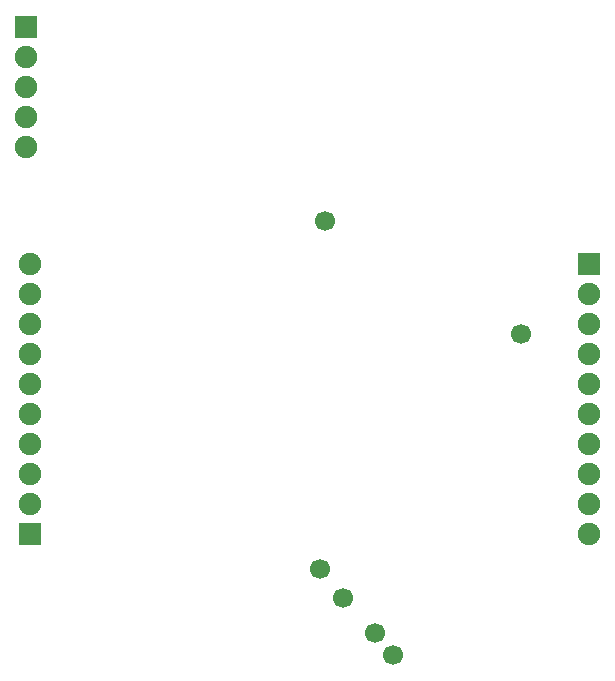
<source format=gbr>
G04 DipTrace 3.0.0.2*
G04 BottomMask.gbr*
%MOIN*%
G04 #@! TF.FileFunction,Soldermask,Bot*
G04 #@! TF.Part,Single*
%ADD36C,0.066929*%
%ADD48C,0.074803*%
%ADD50R,0.074803X0.074803*%
%FSLAX26Y26*%
G04*
G70*
G90*
G75*
G01*
G04 BotMask*
%LPD*%
D50*
X485039Y1065748D3*
D48*
Y1165748D3*
Y1265748D3*
Y1365748D3*
Y1465748D3*
Y1565748D3*
Y1665748D3*
Y1765748D3*
Y1865748D3*
Y1965748D3*
D50*
X2349606D3*
D48*
Y1865748D3*
Y1765748D3*
Y1665748D3*
Y1565748D3*
Y1465748D3*
Y1365748D3*
Y1265748D3*
Y1165748D3*
Y1065748D3*
D50*
X472441Y2755906D3*
D48*
Y2655906D3*
Y2555906D3*
Y2455906D3*
Y2355906D3*
D36*
X1697252Y664104D3*
X1635299Y737559D3*
X1529505Y854849D3*
X1453752Y949001D3*
X1470542Y2109047D3*
X2123239Y1734631D3*
M02*

</source>
